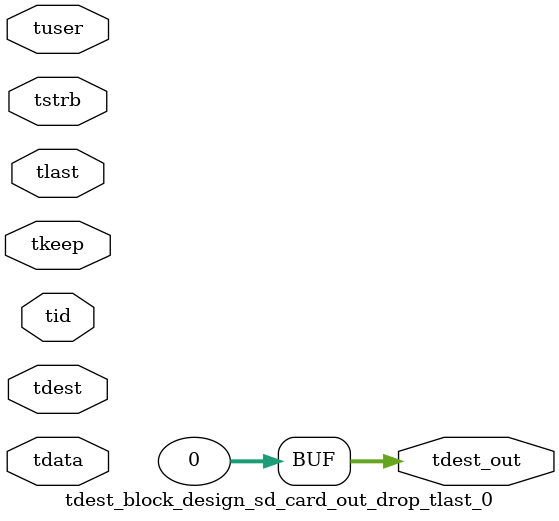
<source format=v>


`timescale 1ps/1ps

module tdest_block_design_sd_card_out_drop_tlast_0 #
(
parameter C_S_AXIS_TDATA_WIDTH = 32,
parameter C_S_AXIS_TUSER_WIDTH = 0,
parameter C_S_AXIS_TID_WIDTH   = 0,
parameter C_S_AXIS_TDEST_WIDTH = 0,
parameter C_M_AXIS_TDEST_WIDTH = 32
)
(
input  [(C_S_AXIS_TDATA_WIDTH == 0 ? 1 : C_S_AXIS_TDATA_WIDTH)-1:0     ] tdata,
input  [(C_S_AXIS_TUSER_WIDTH == 0 ? 1 : C_S_AXIS_TUSER_WIDTH)-1:0     ] tuser,
input  [(C_S_AXIS_TID_WIDTH   == 0 ? 1 : C_S_AXIS_TID_WIDTH)-1:0       ] tid,
input  [(C_S_AXIS_TDEST_WIDTH == 0 ? 1 : C_S_AXIS_TDEST_WIDTH)-1:0     ] tdest,
input  [(C_S_AXIS_TDATA_WIDTH/8)-1:0 ] tkeep,
input  [(C_S_AXIS_TDATA_WIDTH/8)-1:0 ] tstrb,
input                                                                    tlast,
output [C_M_AXIS_TDEST_WIDTH-1:0] tdest_out
);

assign tdest_out = {1'b0};

endmodule


</source>
